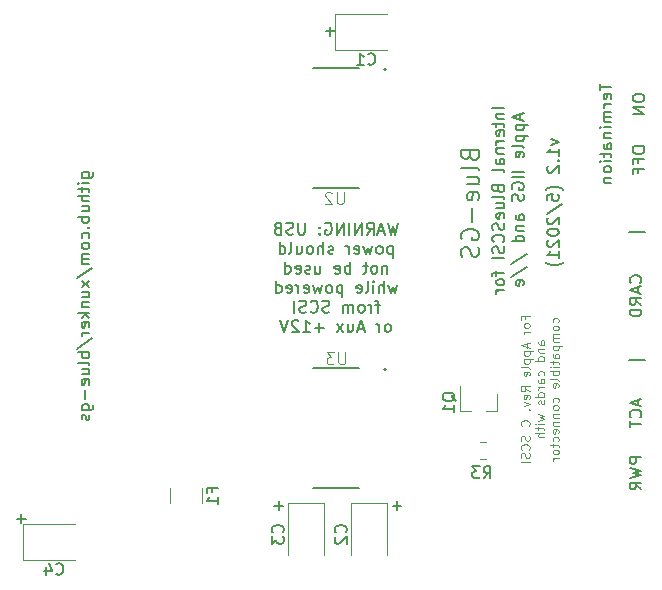
<source format=gbr>
%TF.GenerationSoftware,KiCad,Pcbnew,(5.1.8-0-10_14)*%
%TF.CreationDate,2021-05-17T09:41:11-06:00*%
%TF.ProjectId,bluescsi_iigs_internal,626c7565-7363-4736-995f-696967735f69,rev?*%
%TF.SameCoordinates,Original*%
%TF.FileFunction,Legend,Bot*%
%TF.FilePolarity,Positive*%
%FSLAX46Y46*%
G04 Gerber Fmt 4.6, Leading zero omitted, Abs format (unit mm)*
G04 Created by KiCad (PCBNEW (5.1.8-0-10_14)) date 2021-05-17 09:41:11*
%MOMM*%
%LPD*%
G01*
G04 APERTURE LIST*
%ADD10C,0.150000*%
%ADD11C,0.100000*%
%ADD12C,0.120000*%
%ADD13C,0.127000*%
%ADD14C,0.200000*%
G04 APERTURE END LIST*
D10*
X186205714Y-69731619D02*
X184777142Y-69731619D01*
X185777142Y-74064952D02*
X185824761Y-74017333D01*
X185872380Y-73874476D01*
X185872380Y-73779238D01*
X185824761Y-73636380D01*
X185729523Y-73541142D01*
X185634285Y-73493523D01*
X185443809Y-73445904D01*
X185300952Y-73445904D01*
X185110476Y-73493523D01*
X185015238Y-73541142D01*
X184920000Y-73636380D01*
X184872380Y-73779238D01*
X184872380Y-73874476D01*
X184920000Y-74017333D01*
X184967619Y-74064952D01*
X185586666Y-74445904D02*
X185586666Y-74922095D01*
X185872380Y-74350666D02*
X184872380Y-74684000D01*
X185872380Y-75017333D01*
X185872380Y-75922095D02*
X185396190Y-75588761D01*
X185872380Y-75350666D02*
X184872380Y-75350666D01*
X184872380Y-75731619D01*
X184920000Y-75826857D01*
X184967619Y-75874476D01*
X185062857Y-75922095D01*
X185205714Y-75922095D01*
X185300952Y-75874476D01*
X185348571Y-75826857D01*
X185396190Y-75731619D01*
X185396190Y-75350666D01*
X185872380Y-76350666D02*
X184872380Y-76350666D01*
X184872380Y-76588761D01*
X184920000Y-76731619D01*
X185015238Y-76826857D01*
X185110476Y-76874476D01*
X185300952Y-76922095D01*
X185443809Y-76922095D01*
X185634285Y-76874476D01*
X185729523Y-76826857D01*
X185824761Y-76731619D01*
X185872380Y-76588761D01*
X185872380Y-76350666D01*
X186205714Y-80636380D02*
X184777142Y-80636380D01*
X178220714Y-61929047D02*
X178887380Y-62167142D01*
X178220714Y-62405238D01*
X178887380Y-63310000D02*
X178887380Y-62738571D01*
X178887380Y-63024285D02*
X177887380Y-63024285D01*
X178030238Y-62929047D01*
X178125476Y-62833809D01*
X178173095Y-62738571D01*
X178792142Y-63738571D02*
X178839761Y-63786190D01*
X178887380Y-63738571D01*
X178839761Y-63690952D01*
X178792142Y-63738571D01*
X178887380Y-63738571D01*
X177982619Y-64167142D02*
X177935000Y-64214761D01*
X177887380Y-64310000D01*
X177887380Y-64548095D01*
X177935000Y-64643333D01*
X177982619Y-64690952D01*
X178077857Y-64738571D01*
X178173095Y-64738571D01*
X178315952Y-64690952D01*
X178887380Y-64119523D01*
X178887380Y-64738571D01*
X179268333Y-66214761D02*
X179220714Y-66167142D01*
X179077857Y-66071904D01*
X178982619Y-66024285D01*
X178839761Y-65976666D01*
X178601666Y-65929047D01*
X178411190Y-65929047D01*
X178173095Y-65976666D01*
X178030238Y-66024285D01*
X177935000Y-66071904D01*
X177792142Y-66167142D01*
X177744523Y-66214761D01*
X177887380Y-67071904D02*
X177887380Y-66595714D01*
X178363571Y-66548095D01*
X178315952Y-66595714D01*
X178268333Y-66690952D01*
X178268333Y-66929047D01*
X178315952Y-67024285D01*
X178363571Y-67071904D01*
X178458809Y-67119523D01*
X178696904Y-67119523D01*
X178792142Y-67071904D01*
X178839761Y-67024285D01*
X178887380Y-66929047D01*
X178887380Y-66690952D01*
X178839761Y-66595714D01*
X178792142Y-66548095D01*
X177839761Y-68262380D02*
X179125476Y-67405238D01*
X177982619Y-68548095D02*
X177935000Y-68595714D01*
X177887380Y-68690952D01*
X177887380Y-68929047D01*
X177935000Y-69024285D01*
X177982619Y-69071904D01*
X178077857Y-69119523D01*
X178173095Y-69119523D01*
X178315952Y-69071904D01*
X178887380Y-68500476D01*
X178887380Y-69119523D01*
X177887380Y-69738571D02*
X177887380Y-69833809D01*
X177935000Y-69929047D01*
X177982619Y-69976666D01*
X178077857Y-70024285D01*
X178268333Y-70071904D01*
X178506428Y-70071904D01*
X178696904Y-70024285D01*
X178792142Y-69976666D01*
X178839761Y-69929047D01*
X178887380Y-69833809D01*
X178887380Y-69738571D01*
X178839761Y-69643333D01*
X178792142Y-69595714D01*
X178696904Y-69548095D01*
X178506428Y-69500476D01*
X178268333Y-69500476D01*
X178077857Y-69548095D01*
X177982619Y-69595714D01*
X177935000Y-69643333D01*
X177887380Y-69738571D01*
X177982619Y-70452857D02*
X177935000Y-70500476D01*
X177887380Y-70595714D01*
X177887380Y-70833809D01*
X177935000Y-70929047D01*
X177982619Y-70976666D01*
X178077857Y-71024285D01*
X178173095Y-71024285D01*
X178315952Y-70976666D01*
X178887380Y-70405238D01*
X178887380Y-71024285D01*
X178887380Y-71976666D02*
X178887380Y-71405238D01*
X178887380Y-71690952D02*
X177887380Y-71690952D01*
X178030238Y-71595714D01*
X178125476Y-71500476D01*
X178173095Y-71405238D01*
X179268333Y-72310000D02*
X179220714Y-72357619D01*
X179077857Y-72452857D01*
X178982619Y-72500476D01*
X178839761Y-72548095D01*
X178601666Y-72595714D01*
X178411190Y-72595714D01*
X178173095Y-72548095D01*
X178030238Y-72500476D01*
X177935000Y-72452857D01*
X177792142Y-72357619D01*
X177744523Y-72310000D01*
X171342857Y-63310000D02*
X171414285Y-63524285D01*
X171485714Y-63595714D01*
X171628571Y-63667142D01*
X171842857Y-63667142D01*
X171985714Y-63595714D01*
X172057142Y-63524285D01*
X172128571Y-63381428D01*
X172128571Y-62810000D01*
X170628571Y-62810000D01*
X170628571Y-63310000D01*
X170700000Y-63452857D01*
X170771428Y-63524285D01*
X170914285Y-63595714D01*
X171057142Y-63595714D01*
X171200000Y-63524285D01*
X171271428Y-63452857D01*
X171342857Y-63310000D01*
X171342857Y-62810000D01*
X172128571Y-64524285D02*
X172057142Y-64381428D01*
X171914285Y-64310000D01*
X170628571Y-64310000D01*
X171128571Y-65738571D02*
X172128571Y-65738571D01*
X171128571Y-65095714D02*
X171914285Y-65095714D01*
X172057142Y-65167142D01*
X172128571Y-65310000D01*
X172128571Y-65524285D01*
X172057142Y-65667142D01*
X171985714Y-65738571D01*
X172057142Y-67024285D02*
X172128571Y-66881428D01*
X172128571Y-66595714D01*
X172057142Y-66452857D01*
X171914285Y-66381428D01*
X171342857Y-66381428D01*
X171200000Y-66452857D01*
X171128571Y-66595714D01*
X171128571Y-66881428D01*
X171200000Y-67024285D01*
X171342857Y-67095714D01*
X171485714Y-67095714D01*
X171628571Y-66381428D01*
X171557142Y-67738571D02*
X171557142Y-68881428D01*
X170700000Y-70381428D02*
X170628571Y-70238571D01*
X170628571Y-70024285D01*
X170700000Y-69810000D01*
X170842857Y-69667142D01*
X170985714Y-69595714D01*
X171271428Y-69524285D01*
X171485714Y-69524285D01*
X171771428Y-69595714D01*
X171914285Y-69667142D01*
X172057142Y-69810000D01*
X172128571Y-70024285D01*
X172128571Y-70167142D01*
X172057142Y-70381428D01*
X171985714Y-70452857D01*
X171485714Y-70452857D01*
X171485714Y-70167142D01*
X172057142Y-71024285D02*
X172128571Y-71238571D01*
X172128571Y-71595714D01*
X172057142Y-71738571D01*
X171985714Y-71810000D01*
X171842857Y-71881428D01*
X171700000Y-71881428D01*
X171557142Y-71810000D01*
X171485714Y-71738571D01*
X171414285Y-71595714D01*
X171342857Y-71310000D01*
X171271428Y-71167142D01*
X171200000Y-71095714D01*
X171057142Y-71024285D01*
X170914285Y-71024285D01*
X170771428Y-71095714D01*
X170700000Y-71167142D01*
X170628571Y-71310000D01*
X170628571Y-71667142D01*
X170700000Y-71881428D01*
X133730952Y-94051428D02*
X132969047Y-94051428D01*
X133350000Y-94432380D02*
X133350000Y-93670476D01*
X174252380Y-59270285D02*
X173252380Y-59270285D01*
X173585714Y-59746476D02*
X174252380Y-59746476D01*
X173680952Y-59746476D02*
X173633333Y-59794095D01*
X173585714Y-59889333D01*
X173585714Y-60032190D01*
X173633333Y-60127428D01*
X173728571Y-60175047D01*
X174252380Y-60175047D01*
X173585714Y-60508380D02*
X173585714Y-60889333D01*
X173252380Y-60651238D02*
X174109523Y-60651238D01*
X174204761Y-60698857D01*
X174252380Y-60794095D01*
X174252380Y-60889333D01*
X174204761Y-61603619D02*
X174252380Y-61508380D01*
X174252380Y-61317904D01*
X174204761Y-61222666D01*
X174109523Y-61175047D01*
X173728571Y-61175047D01*
X173633333Y-61222666D01*
X173585714Y-61317904D01*
X173585714Y-61508380D01*
X173633333Y-61603619D01*
X173728571Y-61651238D01*
X173823809Y-61651238D01*
X173919047Y-61175047D01*
X174252380Y-62079809D02*
X173585714Y-62079809D01*
X173776190Y-62079809D02*
X173680952Y-62127428D01*
X173633333Y-62175047D01*
X173585714Y-62270285D01*
X173585714Y-62365523D01*
X173585714Y-62698857D02*
X174252380Y-62698857D01*
X173680952Y-62698857D02*
X173633333Y-62746476D01*
X173585714Y-62841714D01*
X173585714Y-62984571D01*
X173633333Y-63079809D01*
X173728571Y-63127428D01*
X174252380Y-63127428D01*
X174252380Y-64032190D02*
X173728571Y-64032190D01*
X173633333Y-63984571D01*
X173585714Y-63889333D01*
X173585714Y-63698857D01*
X173633333Y-63603619D01*
X174204761Y-64032190D02*
X174252380Y-63936952D01*
X174252380Y-63698857D01*
X174204761Y-63603619D01*
X174109523Y-63556000D01*
X174014285Y-63556000D01*
X173919047Y-63603619D01*
X173871428Y-63698857D01*
X173871428Y-63936952D01*
X173823809Y-64032190D01*
X174252380Y-64651238D02*
X174204761Y-64556000D01*
X174109523Y-64508380D01*
X173252380Y-64508380D01*
X173728571Y-66127428D02*
X173776190Y-66270285D01*
X173823809Y-66317904D01*
X173919047Y-66365523D01*
X174061904Y-66365523D01*
X174157142Y-66317904D01*
X174204761Y-66270285D01*
X174252380Y-66175047D01*
X174252380Y-65794095D01*
X173252380Y-65794095D01*
X173252380Y-66127428D01*
X173300000Y-66222666D01*
X173347619Y-66270285D01*
X173442857Y-66317904D01*
X173538095Y-66317904D01*
X173633333Y-66270285D01*
X173680952Y-66222666D01*
X173728571Y-66127428D01*
X173728571Y-65794095D01*
X174252380Y-66936952D02*
X174204761Y-66841714D01*
X174109523Y-66794095D01*
X173252380Y-66794095D01*
X173585714Y-67746476D02*
X174252380Y-67746476D01*
X173585714Y-67317904D02*
X174109523Y-67317904D01*
X174204761Y-67365523D01*
X174252380Y-67460761D01*
X174252380Y-67603619D01*
X174204761Y-67698857D01*
X174157142Y-67746476D01*
X174204761Y-68603619D02*
X174252380Y-68508380D01*
X174252380Y-68317904D01*
X174204761Y-68222666D01*
X174109523Y-68175047D01*
X173728571Y-68175047D01*
X173633333Y-68222666D01*
X173585714Y-68317904D01*
X173585714Y-68508380D01*
X173633333Y-68603619D01*
X173728571Y-68651238D01*
X173823809Y-68651238D01*
X173919047Y-68175047D01*
X174204761Y-69032190D02*
X174252380Y-69175047D01*
X174252380Y-69413142D01*
X174204761Y-69508380D01*
X174157142Y-69556000D01*
X174061904Y-69603619D01*
X173966666Y-69603619D01*
X173871428Y-69556000D01*
X173823809Y-69508380D01*
X173776190Y-69413142D01*
X173728571Y-69222666D01*
X173680952Y-69127428D01*
X173633333Y-69079809D01*
X173538095Y-69032190D01*
X173442857Y-69032190D01*
X173347619Y-69079809D01*
X173300000Y-69127428D01*
X173252380Y-69222666D01*
X173252380Y-69460761D01*
X173300000Y-69603619D01*
X174157142Y-70603619D02*
X174204761Y-70556000D01*
X174252380Y-70413142D01*
X174252380Y-70317904D01*
X174204761Y-70175047D01*
X174109523Y-70079809D01*
X174014285Y-70032190D01*
X173823809Y-69984571D01*
X173680952Y-69984571D01*
X173490476Y-70032190D01*
X173395238Y-70079809D01*
X173300000Y-70175047D01*
X173252380Y-70317904D01*
X173252380Y-70413142D01*
X173300000Y-70556000D01*
X173347619Y-70603619D01*
X174204761Y-70984571D02*
X174252380Y-71127428D01*
X174252380Y-71365523D01*
X174204761Y-71460761D01*
X174157142Y-71508380D01*
X174061904Y-71556000D01*
X173966666Y-71556000D01*
X173871428Y-71508380D01*
X173823809Y-71460761D01*
X173776190Y-71365523D01*
X173728571Y-71175047D01*
X173680952Y-71079809D01*
X173633333Y-71032190D01*
X173538095Y-70984571D01*
X173442857Y-70984571D01*
X173347619Y-71032190D01*
X173300000Y-71079809D01*
X173252380Y-71175047D01*
X173252380Y-71413142D01*
X173300000Y-71556000D01*
X174252380Y-71984571D02*
X173252380Y-71984571D01*
X173585714Y-73079809D02*
X173585714Y-73460761D01*
X174252380Y-73222666D02*
X173395238Y-73222666D01*
X173300000Y-73270285D01*
X173252380Y-73365523D01*
X173252380Y-73460761D01*
X174252380Y-73936952D02*
X174204761Y-73841714D01*
X174157142Y-73794095D01*
X174061904Y-73746476D01*
X173776190Y-73746476D01*
X173680952Y-73794095D01*
X173633333Y-73841714D01*
X173585714Y-73936952D01*
X173585714Y-74079809D01*
X173633333Y-74175047D01*
X173680952Y-74222666D01*
X173776190Y-74270285D01*
X174061904Y-74270285D01*
X174157142Y-74222666D01*
X174204761Y-74175047D01*
X174252380Y-74079809D01*
X174252380Y-73936952D01*
X174252380Y-74698857D02*
X173585714Y-74698857D01*
X173776190Y-74698857D02*
X173680952Y-74746476D01*
X173633333Y-74794095D01*
X173585714Y-74889333D01*
X173585714Y-74984571D01*
X175616666Y-59794095D02*
X175616666Y-60270285D01*
X175902380Y-59698857D02*
X174902380Y-60032190D01*
X175902380Y-60365523D01*
X175235714Y-60698857D02*
X176235714Y-60698857D01*
X175283333Y-60698857D02*
X175235714Y-60794095D01*
X175235714Y-60984571D01*
X175283333Y-61079809D01*
X175330952Y-61127428D01*
X175426190Y-61175047D01*
X175711904Y-61175047D01*
X175807142Y-61127428D01*
X175854761Y-61079809D01*
X175902380Y-60984571D01*
X175902380Y-60794095D01*
X175854761Y-60698857D01*
X175235714Y-61603619D02*
X176235714Y-61603619D01*
X175283333Y-61603619D02*
X175235714Y-61698857D01*
X175235714Y-61889333D01*
X175283333Y-61984571D01*
X175330952Y-62032190D01*
X175426190Y-62079809D01*
X175711904Y-62079809D01*
X175807142Y-62032190D01*
X175854761Y-61984571D01*
X175902380Y-61889333D01*
X175902380Y-61698857D01*
X175854761Y-61603619D01*
X175902380Y-62651238D02*
X175854761Y-62556000D01*
X175759523Y-62508380D01*
X174902380Y-62508380D01*
X175854761Y-63413142D02*
X175902380Y-63317904D01*
X175902380Y-63127428D01*
X175854761Y-63032190D01*
X175759523Y-62984571D01*
X175378571Y-62984571D01*
X175283333Y-63032190D01*
X175235714Y-63127428D01*
X175235714Y-63317904D01*
X175283333Y-63413142D01*
X175378571Y-63460761D01*
X175473809Y-63460761D01*
X175569047Y-62984571D01*
X175902380Y-64651238D02*
X174902380Y-64651238D01*
X175902380Y-65127428D02*
X174902380Y-65127428D01*
X174950000Y-66127428D02*
X174902380Y-66032190D01*
X174902380Y-65889333D01*
X174950000Y-65746476D01*
X175045238Y-65651238D01*
X175140476Y-65603619D01*
X175330952Y-65556000D01*
X175473809Y-65556000D01*
X175664285Y-65603619D01*
X175759523Y-65651238D01*
X175854761Y-65746476D01*
X175902380Y-65889333D01*
X175902380Y-65984571D01*
X175854761Y-66127428D01*
X175807142Y-66175047D01*
X175473809Y-66175047D01*
X175473809Y-65984571D01*
X175854761Y-66556000D02*
X175902380Y-66698857D01*
X175902380Y-66936952D01*
X175854761Y-67032190D01*
X175807142Y-67079809D01*
X175711904Y-67127428D01*
X175616666Y-67127428D01*
X175521428Y-67079809D01*
X175473809Y-67032190D01*
X175426190Y-66936952D01*
X175378571Y-66746476D01*
X175330952Y-66651238D01*
X175283333Y-66603619D01*
X175188095Y-66556000D01*
X175092857Y-66556000D01*
X174997619Y-66603619D01*
X174950000Y-66651238D01*
X174902380Y-66746476D01*
X174902380Y-66984571D01*
X174950000Y-67127428D01*
X175902380Y-68746476D02*
X175378571Y-68746476D01*
X175283333Y-68698857D01*
X175235714Y-68603619D01*
X175235714Y-68413142D01*
X175283333Y-68317904D01*
X175854761Y-68746476D02*
X175902380Y-68651238D01*
X175902380Y-68413142D01*
X175854761Y-68317904D01*
X175759523Y-68270285D01*
X175664285Y-68270285D01*
X175569047Y-68317904D01*
X175521428Y-68413142D01*
X175521428Y-68651238D01*
X175473809Y-68746476D01*
X175235714Y-69222666D02*
X175902380Y-69222666D01*
X175330952Y-69222666D02*
X175283333Y-69270285D01*
X175235714Y-69365523D01*
X175235714Y-69508380D01*
X175283333Y-69603619D01*
X175378571Y-69651238D01*
X175902380Y-69651238D01*
X175902380Y-70556000D02*
X174902380Y-70556000D01*
X175854761Y-70556000D02*
X175902380Y-70460761D01*
X175902380Y-70270285D01*
X175854761Y-70175047D01*
X175807142Y-70127428D01*
X175711904Y-70079809D01*
X175426190Y-70079809D01*
X175330952Y-70127428D01*
X175283333Y-70175047D01*
X175235714Y-70270285D01*
X175235714Y-70460761D01*
X175283333Y-70556000D01*
X174854761Y-72508380D02*
X176140476Y-71651238D01*
X174854761Y-73556000D02*
X176140476Y-72698857D01*
X175854761Y-74270285D02*
X175902380Y-74175047D01*
X175902380Y-73984571D01*
X175854761Y-73889333D01*
X175759523Y-73841714D01*
X175378571Y-73841714D01*
X175283333Y-73889333D01*
X175235714Y-73984571D01*
X175235714Y-74175047D01*
X175283333Y-74270285D01*
X175378571Y-74317904D01*
X175473809Y-74317904D01*
X175569047Y-73841714D01*
X165281904Y-68987380D02*
X165043809Y-69987380D01*
X164853333Y-69273095D01*
X164662857Y-69987380D01*
X164424761Y-68987380D01*
X164091428Y-69701666D02*
X163615238Y-69701666D01*
X164186666Y-69987380D02*
X163853333Y-68987380D01*
X163520000Y-69987380D01*
X162615238Y-69987380D02*
X162948571Y-69511190D01*
X163186666Y-69987380D02*
X163186666Y-68987380D01*
X162805714Y-68987380D01*
X162710476Y-69035000D01*
X162662857Y-69082619D01*
X162615238Y-69177857D01*
X162615238Y-69320714D01*
X162662857Y-69415952D01*
X162710476Y-69463571D01*
X162805714Y-69511190D01*
X163186666Y-69511190D01*
X162186666Y-69987380D02*
X162186666Y-68987380D01*
X161615238Y-69987380D01*
X161615238Y-68987380D01*
X161139047Y-69987380D02*
X161139047Y-68987380D01*
X160662857Y-69987380D02*
X160662857Y-68987380D01*
X160091428Y-69987380D01*
X160091428Y-68987380D01*
X159091428Y-69035000D02*
X159186666Y-68987380D01*
X159329523Y-68987380D01*
X159472380Y-69035000D01*
X159567619Y-69130238D01*
X159615238Y-69225476D01*
X159662857Y-69415952D01*
X159662857Y-69558809D01*
X159615238Y-69749285D01*
X159567619Y-69844523D01*
X159472380Y-69939761D01*
X159329523Y-69987380D01*
X159234285Y-69987380D01*
X159091428Y-69939761D01*
X159043809Y-69892142D01*
X159043809Y-69558809D01*
X159234285Y-69558809D01*
X158615238Y-69892142D02*
X158567619Y-69939761D01*
X158615238Y-69987380D01*
X158662857Y-69939761D01*
X158615238Y-69892142D01*
X158615238Y-69987380D01*
X158615238Y-69368333D02*
X158567619Y-69415952D01*
X158615238Y-69463571D01*
X158662857Y-69415952D01*
X158615238Y-69368333D01*
X158615238Y-69463571D01*
X157377142Y-68987380D02*
X157377142Y-69796904D01*
X157329523Y-69892142D01*
X157281904Y-69939761D01*
X157186666Y-69987380D01*
X156996190Y-69987380D01*
X156900952Y-69939761D01*
X156853333Y-69892142D01*
X156805714Y-69796904D01*
X156805714Y-68987380D01*
X156377142Y-69939761D02*
X156234285Y-69987380D01*
X155996190Y-69987380D01*
X155900952Y-69939761D01*
X155853333Y-69892142D01*
X155805714Y-69796904D01*
X155805714Y-69701666D01*
X155853333Y-69606428D01*
X155900952Y-69558809D01*
X155996190Y-69511190D01*
X156186666Y-69463571D01*
X156281904Y-69415952D01*
X156329523Y-69368333D01*
X156377142Y-69273095D01*
X156377142Y-69177857D01*
X156329523Y-69082619D01*
X156281904Y-69035000D01*
X156186666Y-68987380D01*
X155948571Y-68987380D01*
X155805714Y-69035000D01*
X155043809Y-69463571D02*
X154900952Y-69511190D01*
X154853333Y-69558809D01*
X154805714Y-69654047D01*
X154805714Y-69796904D01*
X154853333Y-69892142D01*
X154900952Y-69939761D01*
X154996190Y-69987380D01*
X155377142Y-69987380D01*
X155377142Y-68987380D01*
X155043809Y-68987380D01*
X154948571Y-69035000D01*
X154900952Y-69082619D01*
X154853333Y-69177857D01*
X154853333Y-69273095D01*
X154900952Y-69368333D01*
X154948571Y-69415952D01*
X155043809Y-69463571D01*
X155377142Y-69463571D01*
X164805714Y-70970714D02*
X164805714Y-71970714D01*
X164805714Y-71018333D02*
X164710476Y-70970714D01*
X164520000Y-70970714D01*
X164424761Y-71018333D01*
X164377142Y-71065952D01*
X164329523Y-71161190D01*
X164329523Y-71446904D01*
X164377142Y-71542142D01*
X164424761Y-71589761D01*
X164520000Y-71637380D01*
X164710476Y-71637380D01*
X164805714Y-71589761D01*
X163758095Y-71637380D02*
X163853333Y-71589761D01*
X163900952Y-71542142D01*
X163948571Y-71446904D01*
X163948571Y-71161190D01*
X163900952Y-71065952D01*
X163853333Y-71018333D01*
X163758095Y-70970714D01*
X163615238Y-70970714D01*
X163520000Y-71018333D01*
X163472380Y-71065952D01*
X163424761Y-71161190D01*
X163424761Y-71446904D01*
X163472380Y-71542142D01*
X163520000Y-71589761D01*
X163615238Y-71637380D01*
X163758095Y-71637380D01*
X163091428Y-70970714D02*
X162900952Y-71637380D01*
X162710476Y-71161190D01*
X162520000Y-71637380D01*
X162329523Y-70970714D01*
X161567619Y-71589761D02*
X161662857Y-71637380D01*
X161853333Y-71637380D01*
X161948571Y-71589761D01*
X161996190Y-71494523D01*
X161996190Y-71113571D01*
X161948571Y-71018333D01*
X161853333Y-70970714D01*
X161662857Y-70970714D01*
X161567619Y-71018333D01*
X161520000Y-71113571D01*
X161520000Y-71208809D01*
X161996190Y-71304047D01*
X161091428Y-71637380D02*
X161091428Y-70970714D01*
X161091428Y-71161190D02*
X161043809Y-71065952D01*
X160996190Y-71018333D01*
X160900952Y-70970714D01*
X160805714Y-70970714D01*
X159758095Y-71589761D02*
X159662857Y-71637380D01*
X159472380Y-71637380D01*
X159377142Y-71589761D01*
X159329523Y-71494523D01*
X159329523Y-71446904D01*
X159377142Y-71351666D01*
X159472380Y-71304047D01*
X159615238Y-71304047D01*
X159710476Y-71256428D01*
X159758095Y-71161190D01*
X159758095Y-71113571D01*
X159710476Y-71018333D01*
X159615238Y-70970714D01*
X159472380Y-70970714D01*
X159377142Y-71018333D01*
X158900952Y-71637380D02*
X158900952Y-70637380D01*
X158472380Y-71637380D02*
X158472380Y-71113571D01*
X158520000Y-71018333D01*
X158615238Y-70970714D01*
X158758095Y-70970714D01*
X158853333Y-71018333D01*
X158900952Y-71065952D01*
X157853333Y-71637380D02*
X157948571Y-71589761D01*
X157996190Y-71542142D01*
X158043809Y-71446904D01*
X158043809Y-71161190D01*
X157996190Y-71065952D01*
X157948571Y-71018333D01*
X157853333Y-70970714D01*
X157710476Y-70970714D01*
X157615238Y-71018333D01*
X157567619Y-71065952D01*
X157520000Y-71161190D01*
X157520000Y-71446904D01*
X157567619Y-71542142D01*
X157615238Y-71589761D01*
X157710476Y-71637380D01*
X157853333Y-71637380D01*
X156662857Y-70970714D02*
X156662857Y-71637380D01*
X157091428Y-70970714D02*
X157091428Y-71494523D01*
X157043809Y-71589761D01*
X156948571Y-71637380D01*
X156805714Y-71637380D01*
X156710476Y-71589761D01*
X156662857Y-71542142D01*
X156043809Y-71637380D02*
X156139047Y-71589761D01*
X156186666Y-71494523D01*
X156186666Y-70637380D01*
X155234285Y-71637380D02*
X155234285Y-70637380D01*
X155234285Y-71589761D02*
X155329523Y-71637380D01*
X155520000Y-71637380D01*
X155615238Y-71589761D01*
X155662857Y-71542142D01*
X155710476Y-71446904D01*
X155710476Y-71161190D01*
X155662857Y-71065952D01*
X155615238Y-71018333D01*
X155520000Y-70970714D01*
X155329523Y-70970714D01*
X155234285Y-71018333D01*
X164353333Y-72620714D02*
X164353333Y-73287380D01*
X164353333Y-72715952D02*
X164305714Y-72668333D01*
X164210476Y-72620714D01*
X164067619Y-72620714D01*
X163972380Y-72668333D01*
X163924761Y-72763571D01*
X163924761Y-73287380D01*
X163305714Y-73287380D02*
X163400952Y-73239761D01*
X163448571Y-73192142D01*
X163496190Y-73096904D01*
X163496190Y-72811190D01*
X163448571Y-72715952D01*
X163400952Y-72668333D01*
X163305714Y-72620714D01*
X163162857Y-72620714D01*
X163067619Y-72668333D01*
X163020000Y-72715952D01*
X162972380Y-72811190D01*
X162972380Y-73096904D01*
X163020000Y-73192142D01*
X163067619Y-73239761D01*
X163162857Y-73287380D01*
X163305714Y-73287380D01*
X162686666Y-72620714D02*
X162305714Y-72620714D01*
X162543809Y-72287380D02*
X162543809Y-73144523D01*
X162496190Y-73239761D01*
X162400952Y-73287380D01*
X162305714Y-73287380D01*
X161210476Y-73287380D02*
X161210476Y-72287380D01*
X161210476Y-72668333D02*
X161115238Y-72620714D01*
X160924761Y-72620714D01*
X160829523Y-72668333D01*
X160781904Y-72715952D01*
X160734285Y-72811190D01*
X160734285Y-73096904D01*
X160781904Y-73192142D01*
X160829523Y-73239761D01*
X160924761Y-73287380D01*
X161115238Y-73287380D01*
X161210476Y-73239761D01*
X159924761Y-73239761D02*
X160020000Y-73287380D01*
X160210476Y-73287380D01*
X160305714Y-73239761D01*
X160353333Y-73144523D01*
X160353333Y-72763571D01*
X160305714Y-72668333D01*
X160210476Y-72620714D01*
X160020000Y-72620714D01*
X159924761Y-72668333D01*
X159877142Y-72763571D01*
X159877142Y-72858809D01*
X160353333Y-72954047D01*
X158258095Y-72620714D02*
X158258095Y-73287380D01*
X158686666Y-72620714D02*
X158686666Y-73144523D01*
X158639047Y-73239761D01*
X158543809Y-73287380D01*
X158400952Y-73287380D01*
X158305714Y-73239761D01*
X158258095Y-73192142D01*
X157829523Y-73239761D02*
X157734285Y-73287380D01*
X157543809Y-73287380D01*
X157448571Y-73239761D01*
X157400952Y-73144523D01*
X157400952Y-73096904D01*
X157448571Y-73001666D01*
X157543809Y-72954047D01*
X157686666Y-72954047D01*
X157781904Y-72906428D01*
X157829523Y-72811190D01*
X157829523Y-72763571D01*
X157781904Y-72668333D01*
X157686666Y-72620714D01*
X157543809Y-72620714D01*
X157448571Y-72668333D01*
X156591428Y-73239761D02*
X156686666Y-73287380D01*
X156877142Y-73287380D01*
X156972380Y-73239761D01*
X157020000Y-73144523D01*
X157020000Y-72763571D01*
X156972380Y-72668333D01*
X156877142Y-72620714D01*
X156686666Y-72620714D01*
X156591428Y-72668333D01*
X156543809Y-72763571D01*
X156543809Y-72858809D01*
X157020000Y-72954047D01*
X155686666Y-73287380D02*
X155686666Y-72287380D01*
X155686666Y-73239761D02*
X155781904Y-73287380D01*
X155972380Y-73287380D01*
X156067619Y-73239761D01*
X156115238Y-73192142D01*
X156162857Y-73096904D01*
X156162857Y-72811190D01*
X156115238Y-72715952D01*
X156067619Y-72668333D01*
X155972380Y-72620714D01*
X155781904Y-72620714D01*
X155686666Y-72668333D01*
X165210476Y-74270714D02*
X165020000Y-74937380D01*
X164829523Y-74461190D01*
X164639047Y-74937380D01*
X164448571Y-74270714D01*
X164067619Y-74937380D02*
X164067619Y-73937380D01*
X163639047Y-74937380D02*
X163639047Y-74413571D01*
X163686666Y-74318333D01*
X163781904Y-74270714D01*
X163924761Y-74270714D01*
X164020000Y-74318333D01*
X164067619Y-74365952D01*
X163162857Y-74937380D02*
X163162857Y-74270714D01*
X163162857Y-73937380D02*
X163210476Y-73985000D01*
X163162857Y-74032619D01*
X163115238Y-73985000D01*
X163162857Y-73937380D01*
X163162857Y-74032619D01*
X162543809Y-74937380D02*
X162639047Y-74889761D01*
X162686666Y-74794523D01*
X162686666Y-73937380D01*
X161781904Y-74889761D02*
X161877142Y-74937380D01*
X162067619Y-74937380D01*
X162162857Y-74889761D01*
X162210476Y-74794523D01*
X162210476Y-74413571D01*
X162162857Y-74318333D01*
X162067619Y-74270714D01*
X161877142Y-74270714D01*
X161781904Y-74318333D01*
X161734285Y-74413571D01*
X161734285Y-74508809D01*
X162210476Y-74604047D01*
X160543809Y-74270714D02*
X160543809Y-75270714D01*
X160543809Y-74318333D02*
X160448571Y-74270714D01*
X160258095Y-74270714D01*
X160162857Y-74318333D01*
X160115238Y-74365952D01*
X160067619Y-74461190D01*
X160067619Y-74746904D01*
X160115238Y-74842142D01*
X160162857Y-74889761D01*
X160258095Y-74937380D01*
X160448571Y-74937380D01*
X160543809Y-74889761D01*
X159496190Y-74937380D02*
X159591428Y-74889761D01*
X159639047Y-74842142D01*
X159686666Y-74746904D01*
X159686666Y-74461190D01*
X159639047Y-74365952D01*
X159591428Y-74318333D01*
X159496190Y-74270714D01*
X159353333Y-74270714D01*
X159258095Y-74318333D01*
X159210476Y-74365952D01*
X159162857Y-74461190D01*
X159162857Y-74746904D01*
X159210476Y-74842142D01*
X159258095Y-74889761D01*
X159353333Y-74937380D01*
X159496190Y-74937380D01*
X158829523Y-74270714D02*
X158639047Y-74937380D01*
X158448571Y-74461190D01*
X158258095Y-74937380D01*
X158067619Y-74270714D01*
X157305714Y-74889761D02*
X157400952Y-74937380D01*
X157591428Y-74937380D01*
X157686666Y-74889761D01*
X157734285Y-74794523D01*
X157734285Y-74413571D01*
X157686666Y-74318333D01*
X157591428Y-74270714D01*
X157400952Y-74270714D01*
X157305714Y-74318333D01*
X157258095Y-74413571D01*
X157258095Y-74508809D01*
X157734285Y-74604047D01*
X156829523Y-74937380D02*
X156829523Y-74270714D01*
X156829523Y-74461190D02*
X156781904Y-74365952D01*
X156734285Y-74318333D01*
X156639047Y-74270714D01*
X156543809Y-74270714D01*
X155829523Y-74889761D02*
X155924761Y-74937380D01*
X156115238Y-74937380D01*
X156210476Y-74889761D01*
X156258095Y-74794523D01*
X156258095Y-74413571D01*
X156210476Y-74318333D01*
X156115238Y-74270714D01*
X155924761Y-74270714D01*
X155829523Y-74318333D01*
X155781904Y-74413571D01*
X155781904Y-74508809D01*
X156258095Y-74604047D01*
X154924761Y-74937380D02*
X154924761Y-73937380D01*
X154924761Y-74889761D02*
X155020000Y-74937380D01*
X155210476Y-74937380D01*
X155305714Y-74889761D01*
X155353333Y-74842142D01*
X155400952Y-74746904D01*
X155400952Y-74461190D01*
X155353333Y-74365952D01*
X155305714Y-74318333D01*
X155210476Y-74270714D01*
X155020000Y-74270714D01*
X154924761Y-74318333D01*
X163710476Y-75920714D02*
X163329523Y-75920714D01*
X163567619Y-76587380D02*
X163567619Y-75730238D01*
X163520000Y-75635000D01*
X163424761Y-75587380D01*
X163329523Y-75587380D01*
X162996190Y-76587380D02*
X162996190Y-75920714D01*
X162996190Y-76111190D02*
X162948571Y-76015952D01*
X162900952Y-75968333D01*
X162805714Y-75920714D01*
X162710476Y-75920714D01*
X162234285Y-76587380D02*
X162329523Y-76539761D01*
X162377142Y-76492142D01*
X162424761Y-76396904D01*
X162424761Y-76111190D01*
X162377142Y-76015952D01*
X162329523Y-75968333D01*
X162234285Y-75920714D01*
X162091428Y-75920714D01*
X161996190Y-75968333D01*
X161948571Y-76015952D01*
X161900952Y-76111190D01*
X161900952Y-76396904D01*
X161948571Y-76492142D01*
X161996190Y-76539761D01*
X162091428Y-76587380D01*
X162234285Y-76587380D01*
X161472380Y-76587380D02*
X161472380Y-75920714D01*
X161472380Y-76015952D02*
X161424761Y-75968333D01*
X161329523Y-75920714D01*
X161186666Y-75920714D01*
X161091428Y-75968333D01*
X161043809Y-76063571D01*
X161043809Y-76587380D01*
X161043809Y-76063571D02*
X160996190Y-75968333D01*
X160900952Y-75920714D01*
X160758095Y-75920714D01*
X160662857Y-75968333D01*
X160615238Y-76063571D01*
X160615238Y-76587380D01*
X159424761Y-76539761D02*
X159281904Y-76587380D01*
X159043809Y-76587380D01*
X158948571Y-76539761D01*
X158900952Y-76492142D01*
X158853333Y-76396904D01*
X158853333Y-76301666D01*
X158900952Y-76206428D01*
X158948571Y-76158809D01*
X159043809Y-76111190D01*
X159234285Y-76063571D01*
X159329523Y-76015952D01*
X159377142Y-75968333D01*
X159424761Y-75873095D01*
X159424761Y-75777857D01*
X159377142Y-75682619D01*
X159329523Y-75635000D01*
X159234285Y-75587380D01*
X158996190Y-75587380D01*
X158853333Y-75635000D01*
X157853333Y-76492142D02*
X157900952Y-76539761D01*
X158043809Y-76587380D01*
X158139047Y-76587380D01*
X158281904Y-76539761D01*
X158377142Y-76444523D01*
X158424761Y-76349285D01*
X158472380Y-76158809D01*
X158472380Y-76015952D01*
X158424761Y-75825476D01*
X158377142Y-75730238D01*
X158281904Y-75635000D01*
X158139047Y-75587380D01*
X158043809Y-75587380D01*
X157900952Y-75635000D01*
X157853333Y-75682619D01*
X157472380Y-76539761D02*
X157329523Y-76587380D01*
X157091428Y-76587380D01*
X156996190Y-76539761D01*
X156948571Y-76492142D01*
X156900952Y-76396904D01*
X156900952Y-76301666D01*
X156948571Y-76206428D01*
X156996190Y-76158809D01*
X157091428Y-76111190D01*
X157281904Y-76063571D01*
X157377142Y-76015952D01*
X157424761Y-75968333D01*
X157472380Y-75873095D01*
X157472380Y-75777857D01*
X157424761Y-75682619D01*
X157377142Y-75635000D01*
X157281904Y-75587380D01*
X157043809Y-75587380D01*
X156900952Y-75635000D01*
X156472380Y-76587380D02*
X156472380Y-75587380D01*
X164448571Y-78237380D02*
X164543809Y-78189761D01*
X164591428Y-78142142D01*
X164639047Y-78046904D01*
X164639047Y-77761190D01*
X164591428Y-77665952D01*
X164543809Y-77618333D01*
X164448571Y-77570714D01*
X164305714Y-77570714D01*
X164210476Y-77618333D01*
X164162857Y-77665952D01*
X164115238Y-77761190D01*
X164115238Y-78046904D01*
X164162857Y-78142142D01*
X164210476Y-78189761D01*
X164305714Y-78237380D01*
X164448571Y-78237380D01*
X163686666Y-78237380D02*
X163686666Y-77570714D01*
X163686666Y-77761190D02*
X163639047Y-77665952D01*
X163591428Y-77618333D01*
X163496190Y-77570714D01*
X163400952Y-77570714D01*
X162353333Y-77951666D02*
X161877142Y-77951666D01*
X162448571Y-78237380D02*
X162115238Y-77237380D01*
X161781904Y-78237380D01*
X161020000Y-77570714D02*
X161020000Y-78237380D01*
X161448571Y-77570714D02*
X161448571Y-78094523D01*
X161400952Y-78189761D01*
X161305714Y-78237380D01*
X161162857Y-78237380D01*
X161067619Y-78189761D01*
X161020000Y-78142142D01*
X160639047Y-78237380D02*
X160115238Y-77570714D01*
X160639047Y-77570714D02*
X160115238Y-78237380D01*
X158972380Y-77856428D02*
X158210476Y-77856428D01*
X158591428Y-78237380D02*
X158591428Y-77475476D01*
X157210476Y-78237380D02*
X157781904Y-78237380D01*
X157496190Y-78237380D02*
X157496190Y-77237380D01*
X157591428Y-77380238D01*
X157686666Y-77475476D01*
X157781904Y-77523095D01*
X156829523Y-77332619D02*
X156781904Y-77285000D01*
X156686666Y-77237380D01*
X156448571Y-77237380D01*
X156353333Y-77285000D01*
X156305714Y-77332619D01*
X156258095Y-77427857D01*
X156258095Y-77523095D01*
X156305714Y-77665952D01*
X156877142Y-78237380D01*
X156258095Y-78237380D01*
X155972380Y-77237380D02*
X155639047Y-78237380D01*
X155305714Y-77237380D01*
D11*
X176013428Y-77129428D02*
X176013428Y-76879428D01*
X176406285Y-76879428D02*
X175656285Y-76879428D01*
X175656285Y-77236571D01*
X176406285Y-77629428D02*
X176370571Y-77558000D01*
X176334857Y-77522285D01*
X176263428Y-77486571D01*
X176049142Y-77486571D01*
X175977714Y-77522285D01*
X175942000Y-77558000D01*
X175906285Y-77629428D01*
X175906285Y-77736571D01*
X175942000Y-77808000D01*
X175977714Y-77843714D01*
X176049142Y-77879428D01*
X176263428Y-77879428D01*
X176334857Y-77843714D01*
X176370571Y-77808000D01*
X176406285Y-77736571D01*
X176406285Y-77629428D01*
X176406285Y-78200857D02*
X175906285Y-78200857D01*
X176049142Y-78200857D02*
X175977714Y-78236571D01*
X175942000Y-78272285D01*
X175906285Y-78343714D01*
X175906285Y-78415142D01*
X176192000Y-79200857D02*
X176192000Y-79558000D01*
X176406285Y-79129428D02*
X175656285Y-79379428D01*
X176406285Y-79629428D01*
X175906285Y-79879428D02*
X176656285Y-79879428D01*
X175942000Y-79879428D02*
X175906285Y-79950857D01*
X175906285Y-80093714D01*
X175942000Y-80165142D01*
X175977714Y-80200857D01*
X176049142Y-80236571D01*
X176263428Y-80236571D01*
X176334857Y-80200857D01*
X176370571Y-80165142D01*
X176406285Y-80093714D01*
X176406285Y-79950857D01*
X176370571Y-79879428D01*
X175906285Y-80558000D02*
X176656285Y-80558000D01*
X175942000Y-80558000D02*
X175906285Y-80629428D01*
X175906285Y-80772285D01*
X175942000Y-80843714D01*
X175977714Y-80879428D01*
X176049142Y-80915142D01*
X176263428Y-80915142D01*
X176334857Y-80879428D01*
X176370571Y-80843714D01*
X176406285Y-80772285D01*
X176406285Y-80629428D01*
X176370571Y-80558000D01*
X176406285Y-81343714D02*
X176370571Y-81272285D01*
X176299142Y-81236571D01*
X175656285Y-81236571D01*
X176370571Y-81915142D02*
X176406285Y-81843714D01*
X176406285Y-81700857D01*
X176370571Y-81629428D01*
X176299142Y-81593714D01*
X176013428Y-81593714D01*
X175942000Y-81629428D01*
X175906285Y-81700857D01*
X175906285Y-81843714D01*
X175942000Y-81915142D01*
X176013428Y-81950857D01*
X176084857Y-81950857D01*
X176156285Y-81593714D01*
X176406285Y-83272285D02*
X176049142Y-83022285D01*
X176406285Y-82843714D02*
X175656285Y-82843714D01*
X175656285Y-83129428D01*
X175692000Y-83200857D01*
X175727714Y-83236571D01*
X175799142Y-83272285D01*
X175906285Y-83272285D01*
X175977714Y-83236571D01*
X176013428Y-83200857D01*
X176049142Y-83129428D01*
X176049142Y-82843714D01*
X176370571Y-83879428D02*
X176406285Y-83808000D01*
X176406285Y-83665142D01*
X176370571Y-83593714D01*
X176299142Y-83558000D01*
X176013428Y-83558000D01*
X175942000Y-83593714D01*
X175906285Y-83665142D01*
X175906285Y-83808000D01*
X175942000Y-83879428D01*
X176013428Y-83915142D01*
X176084857Y-83915142D01*
X176156285Y-83558000D01*
X175906285Y-84165142D02*
X176406285Y-84343714D01*
X175906285Y-84522285D01*
X176334857Y-84808000D02*
X176370571Y-84843714D01*
X176406285Y-84808000D01*
X176370571Y-84772285D01*
X176334857Y-84808000D01*
X176406285Y-84808000D01*
X176334857Y-86165142D02*
X176370571Y-86129428D01*
X176406285Y-86022285D01*
X176406285Y-85950857D01*
X176370571Y-85843714D01*
X176299142Y-85772285D01*
X176227714Y-85736571D01*
X176084857Y-85700857D01*
X175977714Y-85700857D01*
X175834857Y-85736571D01*
X175763428Y-85772285D01*
X175692000Y-85843714D01*
X175656285Y-85950857D01*
X175656285Y-86022285D01*
X175692000Y-86129428D01*
X175727714Y-86165142D01*
X176370571Y-87022285D02*
X176406285Y-87129428D01*
X176406285Y-87308000D01*
X176370571Y-87379428D01*
X176334857Y-87415142D01*
X176263428Y-87450857D01*
X176192000Y-87450857D01*
X176120571Y-87415142D01*
X176084857Y-87379428D01*
X176049142Y-87308000D01*
X176013428Y-87165142D01*
X175977714Y-87093714D01*
X175942000Y-87058000D01*
X175870571Y-87022285D01*
X175799142Y-87022285D01*
X175727714Y-87058000D01*
X175692000Y-87093714D01*
X175656285Y-87165142D01*
X175656285Y-87343714D01*
X175692000Y-87450857D01*
X176334857Y-88200857D02*
X176370571Y-88165142D01*
X176406285Y-88058000D01*
X176406285Y-87986571D01*
X176370571Y-87879428D01*
X176299142Y-87808000D01*
X176227714Y-87772285D01*
X176084857Y-87736571D01*
X175977714Y-87736571D01*
X175834857Y-87772285D01*
X175763428Y-87808000D01*
X175692000Y-87879428D01*
X175656285Y-87986571D01*
X175656285Y-88058000D01*
X175692000Y-88165142D01*
X175727714Y-88200857D01*
X176370571Y-88486571D02*
X176406285Y-88593714D01*
X176406285Y-88772285D01*
X176370571Y-88843714D01*
X176334857Y-88879428D01*
X176263428Y-88915142D01*
X176192000Y-88915142D01*
X176120571Y-88879428D01*
X176084857Y-88843714D01*
X176049142Y-88772285D01*
X176013428Y-88629428D01*
X175977714Y-88558000D01*
X175942000Y-88522285D01*
X175870571Y-88486571D01*
X175799142Y-88486571D01*
X175727714Y-88522285D01*
X175692000Y-88558000D01*
X175656285Y-88629428D01*
X175656285Y-88808000D01*
X175692000Y-88915142D01*
X176406285Y-89236571D02*
X175656285Y-89236571D01*
X177631285Y-79308000D02*
X177238428Y-79308000D01*
X177167000Y-79272285D01*
X177131285Y-79200857D01*
X177131285Y-79058000D01*
X177167000Y-78986571D01*
X177595571Y-79308000D02*
X177631285Y-79236571D01*
X177631285Y-79058000D01*
X177595571Y-78986571D01*
X177524142Y-78950857D01*
X177452714Y-78950857D01*
X177381285Y-78986571D01*
X177345571Y-79058000D01*
X177345571Y-79236571D01*
X177309857Y-79308000D01*
X177131285Y-79665142D02*
X177631285Y-79665142D01*
X177202714Y-79665142D02*
X177167000Y-79700857D01*
X177131285Y-79772285D01*
X177131285Y-79879428D01*
X177167000Y-79950857D01*
X177238428Y-79986571D01*
X177631285Y-79986571D01*
X177631285Y-80665142D02*
X176881285Y-80665142D01*
X177595571Y-80665142D02*
X177631285Y-80593714D01*
X177631285Y-80450857D01*
X177595571Y-80379428D01*
X177559857Y-80343714D01*
X177488428Y-80308000D01*
X177274142Y-80308000D01*
X177202714Y-80343714D01*
X177167000Y-80379428D01*
X177131285Y-80450857D01*
X177131285Y-80593714D01*
X177167000Y-80665142D01*
X177595571Y-81915142D02*
X177631285Y-81843714D01*
X177631285Y-81700857D01*
X177595571Y-81629428D01*
X177559857Y-81593714D01*
X177488428Y-81558000D01*
X177274142Y-81558000D01*
X177202714Y-81593714D01*
X177167000Y-81629428D01*
X177131285Y-81700857D01*
X177131285Y-81843714D01*
X177167000Y-81915142D01*
X177631285Y-82558000D02*
X177238428Y-82558000D01*
X177167000Y-82522285D01*
X177131285Y-82450857D01*
X177131285Y-82308000D01*
X177167000Y-82236571D01*
X177595571Y-82558000D02*
X177631285Y-82486571D01*
X177631285Y-82308000D01*
X177595571Y-82236571D01*
X177524142Y-82200857D01*
X177452714Y-82200857D01*
X177381285Y-82236571D01*
X177345571Y-82308000D01*
X177345571Y-82486571D01*
X177309857Y-82558000D01*
X177631285Y-82915142D02*
X177131285Y-82915142D01*
X177274142Y-82915142D02*
X177202714Y-82950857D01*
X177167000Y-82986571D01*
X177131285Y-83058000D01*
X177131285Y-83129428D01*
X177631285Y-83700857D02*
X176881285Y-83700857D01*
X177595571Y-83700857D02*
X177631285Y-83629428D01*
X177631285Y-83486571D01*
X177595571Y-83415142D01*
X177559857Y-83379428D01*
X177488428Y-83343714D01*
X177274142Y-83343714D01*
X177202714Y-83379428D01*
X177167000Y-83415142D01*
X177131285Y-83486571D01*
X177131285Y-83629428D01*
X177167000Y-83700857D01*
X177595571Y-84022285D02*
X177631285Y-84093714D01*
X177631285Y-84236571D01*
X177595571Y-84308000D01*
X177524142Y-84343714D01*
X177488428Y-84343714D01*
X177417000Y-84308000D01*
X177381285Y-84236571D01*
X177381285Y-84129428D01*
X177345571Y-84058000D01*
X177274142Y-84022285D01*
X177238428Y-84022285D01*
X177167000Y-84058000D01*
X177131285Y-84129428D01*
X177131285Y-84236571D01*
X177167000Y-84308000D01*
X177131285Y-85165142D02*
X177631285Y-85308000D01*
X177274142Y-85450857D01*
X177631285Y-85593714D01*
X177131285Y-85736571D01*
X177631285Y-86022285D02*
X177131285Y-86022285D01*
X176881285Y-86022285D02*
X176917000Y-85986571D01*
X176952714Y-86022285D01*
X176917000Y-86058000D01*
X176881285Y-86022285D01*
X176952714Y-86022285D01*
X177131285Y-86272285D02*
X177131285Y-86558000D01*
X176881285Y-86379428D02*
X177524142Y-86379428D01*
X177595571Y-86415142D01*
X177631285Y-86486571D01*
X177631285Y-86558000D01*
X177631285Y-86808000D02*
X176881285Y-86808000D01*
X177631285Y-87129428D02*
X177238428Y-87129428D01*
X177167000Y-87093714D01*
X177131285Y-87022285D01*
X177131285Y-86915142D01*
X177167000Y-86843714D01*
X177202714Y-86808000D01*
X178820571Y-77415142D02*
X178856285Y-77343714D01*
X178856285Y-77200857D01*
X178820571Y-77129428D01*
X178784857Y-77093714D01*
X178713428Y-77058000D01*
X178499142Y-77058000D01*
X178427714Y-77093714D01*
X178392000Y-77129428D01*
X178356285Y-77200857D01*
X178356285Y-77343714D01*
X178392000Y-77415142D01*
X178856285Y-77843714D02*
X178820571Y-77772285D01*
X178784857Y-77736571D01*
X178713428Y-77700857D01*
X178499142Y-77700857D01*
X178427714Y-77736571D01*
X178392000Y-77772285D01*
X178356285Y-77843714D01*
X178356285Y-77950857D01*
X178392000Y-78022285D01*
X178427714Y-78058000D01*
X178499142Y-78093714D01*
X178713428Y-78093714D01*
X178784857Y-78058000D01*
X178820571Y-78022285D01*
X178856285Y-77950857D01*
X178856285Y-77843714D01*
X178856285Y-78415142D02*
X178356285Y-78415142D01*
X178427714Y-78415142D02*
X178392000Y-78450857D01*
X178356285Y-78522285D01*
X178356285Y-78629428D01*
X178392000Y-78700857D01*
X178463428Y-78736571D01*
X178856285Y-78736571D01*
X178463428Y-78736571D02*
X178392000Y-78772285D01*
X178356285Y-78843714D01*
X178356285Y-78950857D01*
X178392000Y-79022285D01*
X178463428Y-79058000D01*
X178856285Y-79058000D01*
X178356285Y-79415142D02*
X179106285Y-79415142D01*
X178392000Y-79415142D02*
X178356285Y-79486571D01*
X178356285Y-79629428D01*
X178392000Y-79700857D01*
X178427714Y-79736571D01*
X178499142Y-79772285D01*
X178713428Y-79772285D01*
X178784857Y-79736571D01*
X178820571Y-79700857D01*
X178856285Y-79629428D01*
X178856285Y-79486571D01*
X178820571Y-79415142D01*
X178856285Y-80415142D02*
X178463428Y-80415142D01*
X178392000Y-80379428D01*
X178356285Y-80308000D01*
X178356285Y-80165142D01*
X178392000Y-80093714D01*
X178820571Y-80415142D02*
X178856285Y-80343714D01*
X178856285Y-80165142D01*
X178820571Y-80093714D01*
X178749142Y-80058000D01*
X178677714Y-80058000D01*
X178606285Y-80093714D01*
X178570571Y-80165142D01*
X178570571Y-80343714D01*
X178534857Y-80415142D01*
X178356285Y-80665142D02*
X178356285Y-80950857D01*
X178106285Y-80772285D02*
X178749142Y-80772285D01*
X178820571Y-80808000D01*
X178856285Y-80879428D01*
X178856285Y-80950857D01*
X178856285Y-81200857D02*
X178356285Y-81200857D01*
X178106285Y-81200857D02*
X178142000Y-81165142D01*
X178177714Y-81200857D01*
X178142000Y-81236571D01*
X178106285Y-81200857D01*
X178177714Y-81200857D01*
X178856285Y-81558000D02*
X178106285Y-81558000D01*
X178392000Y-81558000D02*
X178356285Y-81629428D01*
X178356285Y-81772285D01*
X178392000Y-81843714D01*
X178427714Y-81879428D01*
X178499142Y-81915142D01*
X178713428Y-81915142D01*
X178784857Y-81879428D01*
X178820571Y-81843714D01*
X178856285Y-81772285D01*
X178856285Y-81629428D01*
X178820571Y-81558000D01*
X178856285Y-82343714D02*
X178820571Y-82272285D01*
X178749142Y-82236571D01*
X178106285Y-82236571D01*
X178820571Y-82915142D02*
X178856285Y-82843714D01*
X178856285Y-82700857D01*
X178820571Y-82629428D01*
X178749142Y-82593714D01*
X178463428Y-82593714D01*
X178392000Y-82629428D01*
X178356285Y-82700857D01*
X178356285Y-82843714D01*
X178392000Y-82915142D01*
X178463428Y-82950857D01*
X178534857Y-82950857D01*
X178606285Y-82593714D01*
X178820571Y-84165142D02*
X178856285Y-84093714D01*
X178856285Y-83950857D01*
X178820571Y-83879428D01*
X178784857Y-83843714D01*
X178713428Y-83808000D01*
X178499142Y-83808000D01*
X178427714Y-83843714D01*
X178392000Y-83879428D01*
X178356285Y-83950857D01*
X178356285Y-84093714D01*
X178392000Y-84165142D01*
X178856285Y-84593714D02*
X178820571Y-84522285D01*
X178784857Y-84486571D01*
X178713428Y-84450857D01*
X178499142Y-84450857D01*
X178427714Y-84486571D01*
X178392000Y-84522285D01*
X178356285Y-84593714D01*
X178356285Y-84700857D01*
X178392000Y-84772285D01*
X178427714Y-84808000D01*
X178499142Y-84843714D01*
X178713428Y-84843714D01*
X178784857Y-84808000D01*
X178820571Y-84772285D01*
X178856285Y-84700857D01*
X178856285Y-84593714D01*
X178356285Y-85165142D02*
X178856285Y-85165142D01*
X178427714Y-85165142D02*
X178392000Y-85200857D01*
X178356285Y-85272285D01*
X178356285Y-85379428D01*
X178392000Y-85450857D01*
X178463428Y-85486571D01*
X178856285Y-85486571D01*
X178356285Y-85843714D02*
X178856285Y-85843714D01*
X178427714Y-85843714D02*
X178392000Y-85879428D01*
X178356285Y-85950857D01*
X178356285Y-86058000D01*
X178392000Y-86129428D01*
X178463428Y-86165142D01*
X178856285Y-86165142D01*
X178820571Y-86808000D02*
X178856285Y-86736571D01*
X178856285Y-86593714D01*
X178820571Y-86522285D01*
X178749142Y-86486571D01*
X178463428Y-86486571D01*
X178392000Y-86522285D01*
X178356285Y-86593714D01*
X178356285Y-86736571D01*
X178392000Y-86808000D01*
X178463428Y-86843714D01*
X178534857Y-86843714D01*
X178606285Y-86486571D01*
X178820571Y-87486571D02*
X178856285Y-87415142D01*
X178856285Y-87272285D01*
X178820571Y-87200857D01*
X178784857Y-87165142D01*
X178713428Y-87129428D01*
X178499142Y-87129428D01*
X178427714Y-87165142D01*
X178392000Y-87200857D01*
X178356285Y-87272285D01*
X178356285Y-87415142D01*
X178392000Y-87486571D01*
X178356285Y-87700857D02*
X178356285Y-87986571D01*
X178106285Y-87808000D02*
X178749142Y-87808000D01*
X178820571Y-87843714D01*
X178856285Y-87915142D01*
X178856285Y-87986571D01*
X178856285Y-88343714D02*
X178820571Y-88272285D01*
X178784857Y-88236571D01*
X178713428Y-88200857D01*
X178499142Y-88200857D01*
X178427714Y-88236571D01*
X178392000Y-88272285D01*
X178356285Y-88343714D01*
X178356285Y-88450857D01*
X178392000Y-88522285D01*
X178427714Y-88558000D01*
X178499142Y-88593714D01*
X178713428Y-88593714D01*
X178784857Y-88558000D01*
X178820571Y-88522285D01*
X178856285Y-88450857D01*
X178856285Y-88343714D01*
X178856285Y-88915142D02*
X178356285Y-88915142D01*
X178499142Y-88915142D02*
X178427714Y-88950857D01*
X178392000Y-88986571D01*
X178356285Y-89058000D01*
X178356285Y-89129428D01*
D10*
X138469714Y-65160190D02*
X139279238Y-65160190D01*
X139374476Y-65112571D01*
X139422095Y-65064952D01*
X139469714Y-64969714D01*
X139469714Y-64826857D01*
X139422095Y-64731619D01*
X139088761Y-65160190D02*
X139136380Y-65064952D01*
X139136380Y-64874476D01*
X139088761Y-64779238D01*
X139041142Y-64731619D01*
X138945904Y-64684000D01*
X138660190Y-64684000D01*
X138564952Y-64731619D01*
X138517333Y-64779238D01*
X138469714Y-64874476D01*
X138469714Y-65064952D01*
X138517333Y-65160190D01*
X139136380Y-65636380D02*
X138469714Y-65636380D01*
X138136380Y-65636380D02*
X138184000Y-65588761D01*
X138231619Y-65636380D01*
X138184000Y-65684000D01*
X138136380Y-65636380D01*
X138231619Y-65636380D01*
X138469714Y-65969714D02*
X138469714Y-66350666D01*
X138136380Y-66112571D02*
X138993523Y-66112571D01*
X139088761Y-66160190D01*
X139136380Y-66255428D01*
X139136380Y-66350666D01*
X139136380Y-66684000D02*
X138136380Y-66684000D01*
X139136380Y-67112571D02*
X138612571Y-67112571D01*
X138517333Y-67064952D01*
X138469714Y-66969714D01*
X138469714Y-66826857D01*
X138517333Y-66731619D01*
X138564952Y-66684000D01*
X138469714Y-68017333D02*
X139136380Y-68017333D01*
X138469714Y-67588761D02*
X138993523Y-67588761D01*
X139088761Y-67636380D01*
X139136380Y-67731619D01*
X139136380Y-67874476D01*
X139088761Y-67969714D01*
X139041142Y-68017333D01*
X139136380Y-68493523D02*
X138136380Y-68493523D01*
X138517333Y-68493523D02*
X138469714Y-68588761D01*
X138469714Y-68779238D01*
X138517333Y-68874476D01*
X138564952Y-68922095D01*
X138660190Y-68969714D01*
X138945904Y-68969714D01*
X139041142Y-68922095D01*
X139088761Y-68874476D01*
X139136380Y-68779238D01*
X139136380Y-68588761D01*
X139088761Y-68493523D01*
X139041142Y-69398285D02*
X139088761Y-69445904D01*
X139136380Y-69398285D01*
X139088761Y-69350666D01*
X139041142Y-69398285D01*
X139136380Y-69398285D01*
X139088761Y-70303047D02*
X139136380Y-70207809D01*
X139136380Y-70017333D01*
X139088761Y-69922095D01*
X139041142Y-69874476D01*
X138945904Y-69826857D01*
X138660190Y-69826857D01*
X138564952Y-69874476D01*
X138517333Y-69922095D01*
X138469714Y-70017333D01*
X138469714Y-70207809D01*
X138517333Y-70303047D01*
X139136380Y-70874476D02*
X139088761Y-70779238D01*
X139041142Y-70731619D01*
X138945904Y-70684000D01*
X138660190Y-70684000D01*
X138564952Y-70731619D01*
X138517333Y-70779238D01*
X138469714Y-70874476D01*
X138469714Y-71017333D01*
X138517333Y-71112571D01*
X138564952Y-71160190D01*
X138660190Y-71207809D01*
X138945904Y-71207809D01*
X139041142Y-71160190D01*
X139088761Y-71112571D01*
X139136380Y-71017333D01*
X139136380Y-70874476D01*
X139136380Y-71636380D02*
X138469714Y-71636380D01*
X138564952Y-71636380D02*
X138517333Y-71684000D01*
X138469714Y-71779238D01*
X138469714Y-71922095D01*
X138517333Y-72017333D01*
X138612571Y-72064952D01*
X139136380Y-72064952D01*
X138612571Y-72064952D02*
X138517333Y-72112571D01*
X138469714Y-72207809D01*
X138469714Y-72350666D01*
X138517333Y-72445904D01*
X138612571Y-72493523D01*
X139136380Y-72493523D01*
X138088761Y-73684000D02*
X139374476Y-72826857D01*
X139136380Y-73922095D02*
X138469714Y-74445904D01*
X138469714Y-73922095D02*
X139136380Y-74445904D01*
X138469714Y-75255428D02*
X139136380Y-75255428D01*
X138469714Y-74826857D02*
X138993523Y-74826857D01*
X139088761Y-74874476D01*
X139136380Y-74969714D01*
X139136380Y-75112571D01*
X139088761Y-75207809D01*
X139041142Y-75255428D01*
X138469714Y-75731619D02*
X139136380Y-75731619D01*
X138564952Y-75731619D02*
X138517333Y-75779238D01*
X138469714Y-75874476D01*
X138469714Y-76017333D01*
X138517333Y-76112571D01*
X138612571Y-76160190D01*
X139136380Y-76160190D01*
X139136380Y-76636380D02*
X138136380Y-76636380D01*
X138755428Y-76731619D02*
X139136380Y-77017333D01*
X138469714Y-77017333D02*
X138850666Y-76636380D01*
X139088761Y-77826857D02*
X139136380Y-77731619D01*
X139136380Y-77541142D01*
X139088761Y-77445904D01*
X138993523Y-77398285D01*
X138612571Y-77398285D01*
X138517333Y-77445904D01*
X138469714Y-77541142D01*
X138469714Y-77731619D01*
X138517333Y-77826857D01*
X138612571Y-77874476D01*
X138707809Y-77874476D01*
X138803047Y-77398285D01*
X139136380Y-78303047D02*
X138469714Y-78303047D01*
X138660190Y-78303047D02*
X138564952Y-78350666D01*
X138517333Y-78398285D01*
X138469714Y-78493523D01*
X138469714Y-78588761D01*
X138088761Y-79636380D02*
X139374476Y-78779238D01*
X139136380Y-79969714D02*
X138136380Y-79969714D01*
X138517333Y-79969714D02*
X138469714Y-80064952D01*
X138469714Y-80255428D01*
X138517333Y-80350666D01*
X138564952Y-80398285D01*
X138660190Y-80445904D01*
X138945904Y-80445904D01*
X139041142Y-80398285D01*
X139088761Y-80350666D01*
X139136380Y-80255428D01*
X139136380Y-80064952D01*
X139088761Y-79969714D01*
X139136380Y-81017333D02*
X139088761Y-80922095D01*
X138993523Y-80874476D01*
X138136380Y-80874476D01*
X138469714Y-81826857D02*
X139136380Y-81826857D01*
X138469714Y-81398285D02*
X138993523Y-81398285D01*
X139088761Y-81445904D01*
X139136380Y-81541142D01*
X139136380Y-81684000D01*
X139088761Y-81779238D01*
X139041142Y-81826857D01*
X139088761Y-82684000D02*
X139136380Y-82588761D01*
X139136380Y-82398285D01*
X139088761Y-82303047D01*
X138993523Y-82255428D01*
X138612571Y-82255428D01*
X138517333Y-82303047D01*
X138469714Y-82398285D01*
X138469714Y-82588761D01*
X138517333Y-82684000D01*
X138612571Y-82731619D01*
X138707809Y-82731619D01*
X138803047Y-82255428D01*
X138755428Y-83160190D02*
X138755428Y-83922095D01*
X138469714Y-84826857D02*
X139279238Y-84826857D01*
X139374476Y-84779238D01*
X139422095Y-84731619D01*
X139469714Y-84636380D01*
X139469714Y-84493523D01*
X139422095Y-84398285D01*
X139088761Y-84826857D02*
X139136380Y-84731619D01*
X139136380Y-84541142D01*
X139088761Y-84445904D01*
X139041142Y-84398285D01*
X138945904Y-84350666D01*
X138660190Y-84350666D01*
X138564952Y-84398285D01*
X138517333Y-84445904D01*
X138469714Y-84541142D01*
X138469714Y-84731619D01*
X138517333Y-84826857D01*
X139088761Y-85255428D02*
X139136380Y-85350666D01*
X139136380Y-85541142D01*
X139088761Y-85636380D01*
X138993523Y-85684000D01*
X138945904Y-85684000D01*
X138850666Y-85636380D01*
X138803047Y-85541142D01*
X138803047Y-85398285D01*
X138755428Y-85303047D01*
X138660190Y-85255428D01*
X138612571Y-85255428D01*
X138517333Y-85303047D01*
X138469714Y-85398285D01*
X138469714Y-85541142D01*
X138517333Y-85636380D01*
X155138428Y-92583047D02*
X155138428Y-93344952D01*
X155519380Y-92964000D02*
X154757476Y-92964000D01*
X165171428Y-92583047D02*
X165171428Y-93344952D01*
X165552380Y-92964000D02*
X164790476Y-92964000D01*
X159892952Y-52776428D02*
X159131047Y-52776428D01*
X159512000Y-53157380D02*
X159512000Y-52395476D01*
X185126380Y-58325142D02*
X185126380Y-58515619D01*
X185174000Y-58610857D01*
X185269238Y-58706095D01*
X185459714Y-58753714D01*
X185793047Y-58753714D01*
X185983523Y-58706095D01*
X186078761Y-58610857D01*
X186126380Y-58515619D01*
X186126380Y-58325142D01*
X186078761Y-58229904D01*
X185983523Y-58134666D01*
X185793047Y-58087047D01*
X185459714Y-58087047D01*
X185269238Y-58134666D01*
X185174000Y-58229904D01*
X185126380Y-58325142D01*
X186126380Y-59182285D02*
X185126380Y-59182285D01*
X186126380Y-59753714D01*
X185126380Y-59753714D01*
X185126380Y-62706095D02*
X185126380Y-62896571D01*
X185174000Y-62991809D01*
X185269238Y-63087047D01*
X185459714Y-63134666D01*
X185793047Y-63134666D01*
X185983523Y-63087047D01*
X186078761Y-62991809D01*
X186126380Y-62896571D01*
X186126380Y-62706095D01*
X186078761Y-62610857D01*
X185983523Y-62515619D01*
X185793047Y-62468000D01*
X185459714Y-62468000D01*
X185269238Y-62515619D01*
X185174000Y-62610857D01*
X185126380Y-62706095D01*
X185602571Y-63896571D02*
X185602571Y-63563238D01*
X186126380Y-63563238D02*
X185126380Y-63563238D01*
X185126380Y-64039428D01*
X185602571Y-64753714D02*
X185602571Y-64420380D01*
X186126380Y-64420380D02*
X185126380Y-64420380D01*
X185126380Y-64896571D01*
X185872380Y-88836666D02*
X184872380Y-88836666D01*
X184872380Y-89217619D01*
X184920000Y-89312857D01*
X184967619Y-89360476D01*
X185062857Y-89408095D01*
X185205714Y-89408095D01*
X185300952Y-89360476D01*
X185348571Y-89312857D01*
X185396190Y-89217619D01*
X185396190Y-88836666D01*
X184872380Y-89741428D02*
X185872380Y-89979523D01*
X185158095Y-90170000D01*
X185872380Y-90360476D01*
X184872380Y-90598571D01*
X185872380Y-91550952D02*
X185396190Y-91217619D01*
X185872380Y-90979523D02*
X184872380Y-90979523D01*
X184872380Y-91360476D01*
X184920000Y-91455714D01*
X184967619Y-91503333D01*
X185062857Y-91550952D01*
X185205714Y-91550952D01*
X185300952Y-91503333D01*
X185348571Y-91455714D01*
X185396190Y-91360476D01*
X185396190Y-90979523D01*
X185586666Y-83970952D02*
X185586666Y-84447142D01*
X185872380Y-83875714D02*
X184872380Y-84209047D01*
X185872380Y-84542380D01*
X185777142Y-85447142D02*
X185824761Y-85399523D01*
X185872380Y-85256666D01*
X185872380Y-85161428D01*
X185824761Y-85018571D01*
X185729523Y-84923333D01*
X185634285Y-84875714D01*
X185443809Y-84828095D01*
X185300952Y-84828095D01*
X185110476Y-84875714D01*
X185015238Y-84923333D01*
X184920000Y-85018571D01*
X184872380Y-85161428D01*
X184872380Y-85256666D01*
X184920000Y-85399523D01*
X184967619Y-85447142D01*
X184872380Y-85732857D02*
X184872380Y-86304285D01*
X185872380Y-86018571D02*
X184872380Y-86018571D01*
X182332380Y-57206095D02*
X182332380Y-57777523D01*
X183332380Y-57491809D02*
X182332380Y-57491809D01*
X183284761Y-58491809D02*
X183332380Y-58396571D01*
X183332380Y-58206095D01*
X183284761Y-58110857D01*
X183189523Y-58063238D01*
X182808571Y-58063238D01*
X182713333Y-58110857D01*
X182665714Y-58206095D01*
X182665714Y-58396571D01*
X182713333Y-58491809D01*
X182808571Y-58539428D01*
X182903809Y-58539428D01*
X182999047Y-58063238D01*
X183332380Y-58968000D02*
X182665714Y-58968000D01*
X182856190Y-58968000D02*
X182760952Y-59015619D01*
X182713333Y-59063238D01*
X182665714Y-59158476D01*
X182665714Y-59253714D01*
X183332380Y-59587047D02*
X182665714Y-59587047D01*
X182760952Y-59587047D02*
X182713333Y-59634666D01*
X182665714Y-59729904D01*
X182665714Y-59872761D01*
X182713333Y-59968000D01*
X182808571Y-60015619D01*
X183332380Y-60015619D01*
X182808571Y-60015619D02*
X182713333Y-60063238D01*
X182665714Y-60158476D01*
X182665714Y-60301333D01*
X182713333Y-60396571D01*
X182808571Y-60444190D01*
X183332380Y-60444190D01*
X183332380Y-60920380D02*
X182665714Y-60920380D01*
X182332380Y-60920380D02*
X182380000Y-60872761D01*
X182427619Y-60920380D01*
X182380000Y-60968000D01*
X182332380Y-60920380D01*
X182427619Y-60920380D01*
X182665714Y-61396571D02*
X183332380Y-61396571D01*
X182760952Y-61396571D02*
X182713333Y-61444190D01*
X182665714Y-61539428D01*
X182665714Y-61682285D01*
X182713333Y-61777523D01*
X182808571Y-61825142D01*
X183332380Y-61825142D01*
X183332380Y-62729904D02*
X182808571Y-62729904D01*
X182713333Y-62682285D01*
X182665714Y-62587047D01*
X182665714Y-62396571D01*
X182713333Y-62301333D01*
X183284761Y-62729904D02*
X183332380Y-62634666D01*
X183332380Y-62396571D01*
X183284761Y-62301333D01*
X183189523Y-62253714D01*
X183094285Y-62253714D01*
X182999047Y-62301333D01*
X182951428Y-62396571D01*
X182951428Y-62634666D01*
X182903809Y-62729904D01*
X182665714Y-63063238D02*
X182665714Y-63444190D01*
X182332380Y-63206095D02*
X183189523Y-63206095D01*
X183284761Y-63253714D01*
X183332380Y-63348952D01*
X183332380Y-63444190D01*
X183332380Y-63777523D02*
X182665714Y-63777523D01*
X182332380Y-63777523D02*
X182380000Y-63729904D01*
X182427619Y-63777523D01*
X182380000Y-63825142D01*
X182332380Y-63777523D01*
X182427619Y-63777523D01*
X183332380Y-64396571D02*
X183284761Y-64301333D01*
X183237142Y-64253714D01*
X183141904Y-64206095D01*
X182856190Y-64206095D01*
X182760952Y-64253714D01*
X182713333Y-64301333D01*
X182665714Y-64396571D01*
X182665714Y-64539428D01*
X182713333Y-64634666D01*
X182760952Y-64682285D01*
X182856190Y-64729904D01*
X183141904Y-64729904D01*
X183237142Y-64682285D01*
X183284761Y-64634666D01*
X183332380Y-64539428D01*
X183332380Y-64396571D01*
X182665714Y-65158476D02*
X183332380Y-65158476D01*
X182760952Y-65158476D02*
X182713333Y-65206095D01*
X182665714Y-65301333D01*
X182665714Y-65444190D01*
X182713333Y-65539428D01*
X182808571Y-65587047D01*
X183332380Y-65587047D01*
D12*
%TO.C,R3*%
X172693064Y-89000000D02*
X172238936Y-89000000D01*
X172693064Y-87530000D02*
X172238936Y-87530000D01*
%TO.C,Q1*%
X173665000Y-84961000D02*
X173665000Y-83501000D01*
X170505000Y-84961000D02*
X170505000Y-82801000D01*
X170505000Y-84961000D02*
X171435000Y-84961000D01*
X173665000Y-84961000D02*
X172735000Y-84961000D01*
%TO.C,F1*%
X145960000Y-92677064D02*
X145960000Y-91472936D01*
X148680000Y-92677064D02*
X148680000Y-91472936D01*
%TO.C,C4*%
X133509000Y-94502000D02*
X137894000Y-94502000D01*
X133509000Y-97522000D02*
X133509000Y-94502000D01*
X137894000Y-97522000D02*
X133509000Y-97522000D01*
%TO.C,C3*%
X158990000Y-92742000D02*
X158990000Y-97127000D01*
X155970000Y-92742000D02*
X158990000Y-92742000D01*
X155970000Y-97127000D02*
X155970000Y-92742000D01*
%TO.C,C2*%
X164324000Y-92742000D02*
X164324000Y-97127000D01*
X161304000Y-92742000D02*
X164324000Y-92742000D01*
X161304000Y-97127000D02*
X161304000Y-92742000D01*
%TO.C,C1*%
X159925000Y-51322000D02*
X164310000Y-51322000D01*
X159925000Y-54342000D02*
X159925000Y-51322000D01*
X164310000Y-54342000D02*
X159925000Y-54342000D01*
D13*
%TO.C,U3*%
X161970000Y-91425000D02*
X158070000Y-91425000D01*
X161970000Y-81295000D02*
X158070000Y-81295000D01*
D14*
X164265000Y-81415000D02*
G75*
G03*
X164265000Y-81415000I-100000J0D01*
G01*
D13*
%TO.C,U2*%
X161970000Y-66025000D02*
X158070000Y-66025000D01*
X161970000Y-55895000D02*
X158070000Y-55895000D01*
D14*
X164265000Y-56015000D02*
G75*
G03*
X164265000Y-56015000I-100000J0D01*
G01*
%TO.C,R3*%
D10*
X172505666Y-90622380D02*
X172839000Y-90146190D01*
X173077095Y-90622380D02*
X173077095Y-89622380D01*
X172696142Y-89622380D01*
X172600904Y-89670000D01*
X172553285Y-89717619D01*
X172505666Y-89812857D01*
X172505666Y-89955714D01*
X172553285Y-90050952D01*
X172600904Y-90098571D01*
X172696142Y-90146190D01*
X173077095Y-90146190D01*
X172172333Y-89622380D02*
X171553285Y-89622380D01*
X171886619Y-90003333D01*
X171743761Y-90003333D01*
X171648523Y-90050952D01*
X171600904Y-90098571D01*
X171553285Y-90193809D01*
X171553285Y-90431904D01*
X171600904Y-90527142D01*
X171648523Y-90574761D01*
X171743761Y-90622380D01*
X172029476Y-90622380D01*
X172124714Y-90574761D01*
X172172333Y-90527142D01*
%TO.C,Q1*%
X170132619Y-84105761D02*
X170085000Y-84010523D01*
X169989761Y-83915285D01*
X169846904Y-83772428D01*
X169799285Y-83677190D01*
X169799285Y-83581952D01*
X170037380Y-83629571D02*
X169989761Y-83534333D01*
X169894523Y-83439095D01*
X169704047Y-83391476D01*
X169370714Y-83391476D01*
X169180238Y-83439095D01*
X169085000Y-83534333D01*
X169037380Y-83629571D01*
X169037380Y-83820047D01*
X169085000Y-83915285D01*
X169180238Y-84010523D01*
X169370714Y-84058142D01*
X169704047Y-84058142D01*
X169894523Y-84010523D01*
X169989761Y-83915285D01*
X170037380Y-83820047D01*
X170037380Y-83629571D01*
X170037380Y-85010523D02*
X170037380Y-84439095D01*
X170037380Y-84724809D02*
X169037380Y-84724809D01*
X169180238Y-84629571D01*
X169275476Y-84534333D01*
X169323095Y-84439095D01*
%TO.C,F1*%
X149528571Y-91741666D02*
X149528571Y-91408333D01*
X150052380Y-91408333D02*
X149052380Y-91408333D01*
X149052380Y-91884523D01*
X150052380Y-92789285D02*
X150052380Y-92217857D01*
X150052380Y-92503571D02*
X149052380Y-92503571D01*
X149195238Y-92408333D01*
X149290476Y-92313095D01*
X149338095Y-92217857D01*
%TO.C,C4*%
X136310666Y-98719142D02*
X136358285Y-98766761D01*
X136501142Y-98814380D01*
X136596380Y-98814380D01*
X136739238Y-98766761D01*
X136834476Y-98671523D01*
X136882095Y-98576285D01*
X136929714Y-98385809D01*
X136929714Y-98242952D01*
X136882095Y-98052476D01*
X136834476Y-97957238D01*
X136739238Y-97862000D01*
X136596380Y-97814380D01*
X136501142Y-97814380D01*
X136358285Y-97862000D01*
X136310666Y-97909619D01*
X135453523Y-98147714D02*
X135453523Y-98814380D01*
X135691619Y-97766761D02*
X135929714Y-98481047D01*
X135310666Y-98481047D01*
%TO.C,C3*%
X155487142Y-95210333D02*
X155534761Y-95162714D01*
X155582380Y-95019857D01*
X155582380Y-94924619D01*
X155534761Y-94781761D01*
X155439523Y-94686523D01*
X155344285Y-94638904D01*
X155153809Y-94591285D01*
X155010952Y-94591285D01*
X154820476Y-94638904D01*
X154725238Y-94686523D01*
X154630000Y-94781761D01*
X154582380Y-94924619D01*
X154582380Y-95019857D01*
X154630000Y-95162714D01*
X154677619Y-95210333D01*
X154582380Y-95543666D02*
X154582380Y-96162714D01*
X154963333Y-95829380D01*
X154963333Y-95972238D01*
X155010952Y-96067476D01*
X155058571Y-96115095D01*
X155153809Y-96162714D01*
X155391904Y-96162714D01*
X155487142Y-96115095D01*
X155534761Y-96067476D01*
X155582380Y-95972238D01*
X155582380Y-95686523D01*
X155534761Y-95591285D01*
X155487142Y-95543666D01*
%TO.C,C2*%
X160821142Y-95210333D02*
X160868761Y-95162714D01*
X160916380Y-95019857D01*
X160916380Y-94924619D01*
X160868761Y-94781761D01*
X160773523Y-94686523D01*
X160678285Y-94638904D01*
X160487809Y-94591285D01*
X160344952Y-94591285D01*
X160154476Y-94638904D01*
X160059238Y-94686523D01*
X159964000Y-94781761D01*
X159916380Y-94924619D01*
X159916380Y-95019857D01*
X159964000Y-95162714D01*
X160011619Y-95210333D01*
X160011619Y-95591285D02*
X159964000Y-95638904D01*
X159916380Y-95734142D01*
X159916380Y-95972238D01*
X159964000Y-96067476D01*
X160011619Y-96115095D01*
X160106857Y-96162714D01*
X160202095Y-96162714D01*
X160344952Y-96115095D01*
X160916380Y-95543666D01*
X160916380Y-96162714D01*
%TO.C,C1*%
X162726666Y-55539142D02*
X162774285Y-55586761D01*
X162917142Y-55634380D01*
X163012380Y-55634380D01*
X163155238Y-55586761D01*
X163250476Y-55491523D01*
X163298095Y-55396285D01*
X163345714Y-55205809D01*
X163345714Y-55062952D01*
X163298095Y-54872476D01*
X163250476Y-54777238D01*
X163155238Y-54682000D01*
X163012380Y-54634380D01*
X162917142Y-54634380D01*
X162774285Y-54682000D01*
X162726666Y-54729619D01*
X161774285Y-55634380D02*
X162345714Y-55634380D01*
X162060000Y-55634380D02*
X162060000Y-54634380D01*
X162155238Y-54777238D01*
X162250476Y-54872476D01*
X162345714Y-54920095D01*
%TO.C,U3*%
D11*
X160781904Y-79970380D02*
X160781904Y-80779904D01*
X160734285Y-80875142D01*
X160686666Y-80922761D01*
X160591428Y-80970380D01*
X160400952Y-80970380D01*
X160305714Y-80922761D01*
X160258095Y-80875142D01*
X160210476Y-80779904D01*
X160210476Y-79970380D01*
X159829523Y-79970380D02*
X159210476Y-79970380D01*
X159543809Y-80351333D01*
X159400952Y-80351333D01*
X159305714Y-80398952D01*
X159258095Y-80446571D01*
X159210476Y-80541809D01*
X159210476Y-80779904D01*
X159258095Y-80875142D01*
X159305714Y-80922761D01*
X159400952Y-80970380D01*
X159686666Y-80970380D01*
X159781904Y-80922761D01*
X159829523Y-80875142D01*
%TO.C,U2*%
X160654904Y-66381380D02*
X160654904Y-67190904D01*
X160607285Y-67286142D01*
X160559666Y-67333761D01*
X160464428Y-67381380D01*
X160273952Y-67381380D01*
X160178714Y-67333761D01*
X160131095Y-67286142D01*
X160083476Y-67190904D01*
X160083476Y-66381380D01*
X159654904Y-66476619D02*
X159607285Y-66429000D01*
X159512047Y-66381380D01*
X159273952Y-66381380D01*
X159178714Y-66429000D01*
X159131095Y-66476619D01*
X159083476Y-66571857D01*
X159083476Y-66667095D01*
X159131095Y-66809952D01*
X159702523Y-67381380D01*
X159083476Y-67381380D01*
%TD*%
M02*

</source>
